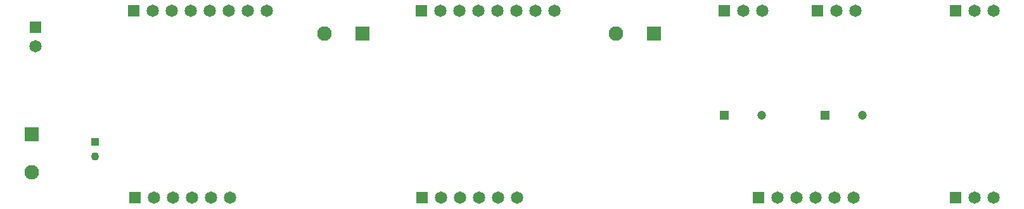
<source format=gbs>
G04 #@! TF.GenerationSoftware,KiCad,Pcbnew,8.0.6*
G04 #@! TF.CreationDate,2024-12-27T11:38:37-05:00*
G04 #@! TF.ProjectId,sdl_breakout,73646c5f-6272-4656-916b-6f75742e6b69,rev?*
G04 #@! TF.SameCoordinates,Original*
G04 #@! TF.FileFunction,Soldermask,Bot*
G04 #@! TF.FilePolarity,Negative*
%FSLAX46Y46*%
G04 Gerber Fmt 4.6, Leading zero omitted, Abs format (unit mm)*
G04 Created by KiCad (PCBNEW 8.0.6) date 2024-12-27 11:38:37*
%MOMM*%
%LPD*%
G01*
G04 APERTURE LIST*
%ADD10C,1.650000*%
%ADD11R,1.650000X1.650000*%
%ADD12R,1.950000X1.950000*%
%ADD13C,1.950000*%
%ADD14R,1.200000X1.200000*%
%ADD15C,1.200000*%
%ADD16R,1.100000X1.100000*%
%ADD17C,1.100000*%
G04 APERTURE END LIST*
D10*
G04 #@! TO.C,U19*
X246850000Y-135500000D03*
X244310000Y-135500000D03*
X241770000Y-135500000D03*
X239230000Y-135500000D03*
X236690000Y-135500000D03*
D11*
X234150000Y-135500000D03*
G04 #@! TD*
G04 #@! TO.C,U10*
X189150000Y-135500000D03*
D10*
X191690000Y-135500000D03*
X194230000Y-135500000D03*
X196770000Y-135500000D03*
X199310000Y-135500000D03*
X201850000Y-135500000D03*
G04 #@! TD*
D11*
G04 #@! TO.C,U21*
X260420000Y-110500000D03*
D10*
X262960000Y-110500000D03*
X265500000Y-110500000D03*
G04 #@! TD*
D12*
G04 #@! TO.C,U3*
X137000000Y-127000000D03*
D13*
X137000000Y-132080000D03*
G04 #@! TD*
D11*
G04 #@! TO.C,U11*
X189109500Y-110500500D03*
D10*
X191649500Y-110500500D03*
X194189500Y-110500500D03*
X196729500Y-110500500D03*
X199269500Y-110500500D03*
X201809500Y-110500500D03*
X204349500Y-110500500D03*
X206889500Y-110500500D03*
G04 #@! TD*
G04 #@! TO.C,U8*
X168389500Y-110500500D03*
X165849500Y-110500500D03*
X163309500Y-110500500D03*
X160769500Y-110500500D03*
X158229500Y-110500500D03*
X155689500Y-110500500D03*
X153149500Y-110500500D03*
D11*
X150609500Y-110500500D03*
G04 #@! TD*
G04 #@! TO.C,U16*
X242000000Y-110500000D03*
D10*
X244540000Y-110500000D03*
X247080000Y-110500000D03*
G04 #@! TD*
D14*
G04 #@! TO.C,U18*
X243000000Y-124500000D03*
D15*
X248000000Y-124500000D03*
G04 #@! TD*
D11*
G04 #@! TO.C,U13*
X229500000Y-110500000D03*
D10*
X232040000Y-110500000D03*
X234580000Y-110500000D03*
G04 #@! TD*
D11*
G04 #@! TO.C,U20*
X260420000Y-135500000D03*
D10*
X262960000Y-135500000D03*
X265500000Y-135500000D03*
G04 #@! TD*
D11*
G04 #@! TO.C,U4*
X137500000Y-112730000D03*
D10*
X137500000Y-115270000D03*
G04 #@! TD*
D12*
G04 #@! TO.C,U9*
X220185000Y-113500000D03*
D13*
X215105000Y-113500000D03*
G04 #@! TD*
D16*
G04 #@! TO.C,U1*
X145500000Y-128000000D03*
D17*
X145500000Y-130000000D03*
G04 #@! TD*
D14*
G04 #@! TO.C,U15*
X229500000Y-124500000D03*
D15*
X234500000Y-124500000D03*
G04 #@! TD*
D12*
G04 #@! TO.C,U12*
X181185000Y-113500000D03*
D13*
X176105000Y-113500000D03*
G04 #@! TD*
D10*
G04 #@! TO.C,U7*
X163540000Y-135500000D03*
X161000000Y-135500000D03*
X158460000Y-135500000D03*
X155920000Y-135500000D03*
X153380000Y-135500000D03*
D11*
X150840000Y-135500000D03*
G04 #@! TD*
M02*

</source>
